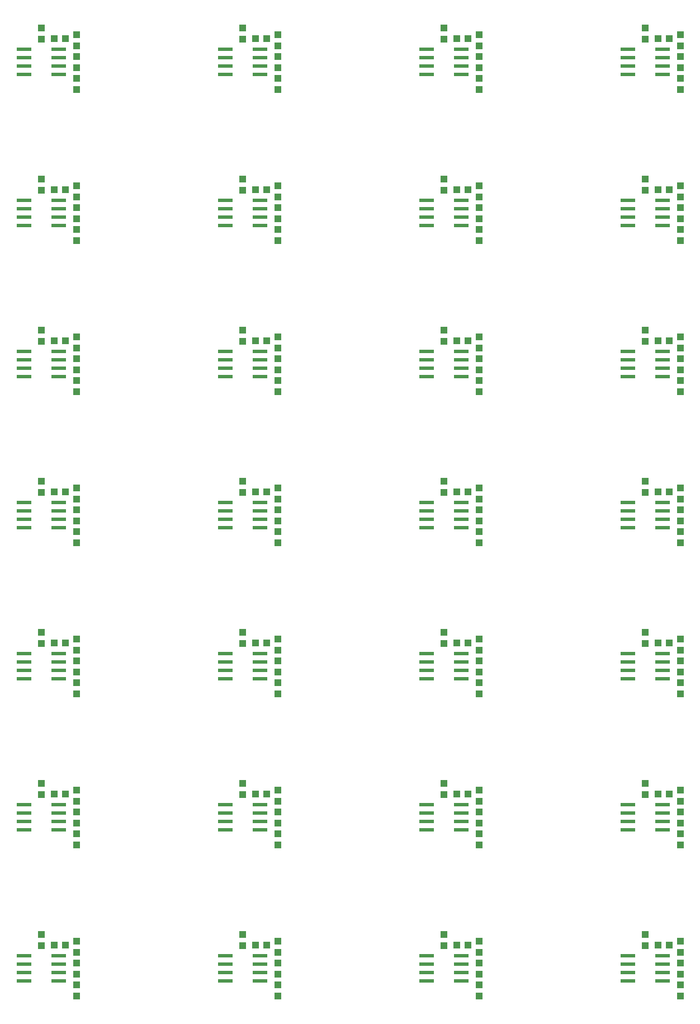
<source format=gtp>
G04 EAGLE Gerber RS-274X export*
G75*
%MOMM*%
%FSLAX34Y34*%
%LPD*%
%INSolderpaste Top*%
%IPPOS*%
%AMOC8*
5,1,8,0,0,1.08239X$1,22.5*%
G01*
%ADD10R,1.100000X1.000000*%
%ADD11R,2.209800X0.609600*%
%ADD12R,1.000000X1.100000*%


D10*
X118500Y134620D03*
X135500Y134620D03*
D11*
X125222Y80010D03*
X125222Y92710D03*
X125222Y105410D03*
X125222Y118110D03*
X72898Y118110D03*
X72898Y105410D03*
X72898Y92710D03*
X72898Y80010D03*
D12*
X99060Y133740D03*
X99060Y150740D03*
X152400Y74540D03*
X152400Y57540D03*
X152400Y123580D03*
X152400Y140580D03*
X152400Y107560D03*
X152400Y90560D03*
D10*
X423300Y134620D03*
X440300Y134620D03*
D11*
X430022Y80010D03*
X430022Y92710D03*
X430022Y105410D03*
X430022Y118110D03*
X377698Y118110D03*
X377698Y105410D03*
X377698Y92710D03*
X377698Y80010D03*
D12*
X403860Y133740D03*
X403860Y150740D03*
X457200Y74540D03*
X457200Y57540D03*
X457200Y123580D03*
X457200Y140580D03*
X457200Y107560D03*
X457200Y90560D03*
D10*
X728100Y134620D03*
X745100Y134620D03*
D11*
X734822Y80010D03*
X734822Y92710D03*
X734822Y105410D03*
X734822Y118110D03*
X682498Y118110D03*
X682498Y105410D03*
X682498Y92710D03*
X682498Y80010D03*
D12*
X708660Y133740D03*
X708660Y150740D03*
X762000Y74540D03*
X762000Y57540D03*
X762000Y123580D03*
X762000Y140580D03*
X762000Y107560D03*
X762000Y90560D03*
D10*
X1032900Y134620D03*
X1049900Y134620D03*
D11*
X1039622Y80010D03*
X1039622Y92710D03*
X1039622Y105410D03*
X1039622Y118110D03*
X987298Y118110D03*
X987298Y105410D03*
X987298Y92710D03*
X987298Y80010D03*
D12*
X1013460Y133740D03*
X1013460Y150740D03*
X1066800Y74540D03*
X1066800Y57540D03*
X1066800Y123580D03*
X1066800Y140580D03*
X1066800Y107560D03*
X1066800Y90560D03*
D10*
X118500Y363220D03*
X135500Y363220D03*
D11*
X125222Y308610D03*
X125222Y321310D03*
X125222Y334010D03*
X125222Y346710D03*
X72898Y346710D03*
X72898Y334010D03*
X72898Y321310D03*
X72898Y308610D03*
D12*
X99060Y362340D03*
X99060Y379340D03*
X152400Y303140D03*
X152400Y286140D03*
X152400Y352180D03*
X152400Y369180D03*
X152400Y336160D03*
X152400Y319160D03*
D10*
X423300Y363220D03*
X440300Y363220D03*
D11*
X430022Y308610D03*
X430022Y321310D03*
X430022Y334010D03*
X430022Y346710D03*
X377698Y346710D03*
X377698Y334010D03*
X377698Y321310D03*
X377698Y308610D03*
D12*
X403860Y362340D03*
X403860Y379340D03*
X457200Y303140D03*
X457200Y286140D03*
X457200Y352180D03*
X457200Y369180D03*
X457200Y336160D03*
X457200Y319160D03*
D10*
X728100Y363220D03*
X745100Y363220D03*
D11*
X734822Y308610D03*
X734822Y321310D03*
X734822Y334010D03*
X734822Y346710D03*
X682498Y346710D03*
X682498Y334010D03*
X682498Y321310D03*
X682498Y308610D03*
D12*
X708660Y362340D03*
X708660Y379340D03*
X762000Y303140D03*
X762000Y286140D03*
X762000Y352180D03*
X762000Y369180D03*
X762000Y336160D03*
X762000Y319160D03*
D10*
X1032900Y363220D03*
X1049900Y363220D03*
D11*
X1039622Y308610D03*
X1039622Y321310D03*
X1039622Y334010D03*
X1039622Y346710D03*
X987298Y346710D03*
X987298Y334010D03*
X987298Y321310D03*
X987298Y308610D03*
D12*
X1013460Y362340D03*
X1013460Y379340D03*
X1066800Y303140D03*
X1066800Y286140D03*
X1066800Y352180D03*
X1066800Y369180D03*
X1066800Y336160D03*
X1066800Y319160D03*
D10*
X118500Y591820D03*
X135500Y591820D03*
D11*
X125222Y537210D03*
X125222Y549910D03*
X125222Y562610D03*
X125222Y575310D03*
X72898Y575310D03*
X72898Y562610D03*
X72898Y549910D03*
X72898Y537210D03*
D12*
X99060Y590940D03*
X99060Y607940D03*
X152400Y531740D03*
X152400Y514740D03*
X152400Y580780D03*
X152400Y597780D03*
X152400Y564760D03*
X152400Y547760D03*
D10*
X423300Y591820D03*
X440300Y591820D03*
D11*
X430022Y537210D03*
X430022Y549910D03*
X430022Y562610D03*
X430022Y575310D03*
X377698Y575310D03*
X377698Y562610D03*
X377698Y549910D03*
X377698Y537210D03*
D12*
X403860Y590940D03*
X403860Y607940D03*
X457200Y531740D03*
X457200Y514740D03*
X457200Y580780D03*
X457200Y597780D03*
X457200Y564760D03*
X457200Y547760D03*
D10*
X728100Y591820D03*
X745100Y591820D03*
D11*
X734822Y537210D03*
X734822Y549910D03*
X734822Y562610D03*
X734822Y575310D03*
X682498Y575310D03*
X682498Y562610D03*
X682498Y549910D03*
X682498Y537210D03*
D12*
X708660Y590940D03*
X708660Y607940D03*
X762000Y531740D03*
X762000Y514740D03*
X762000Y580780D03*
X762000Y597780D03*
X762000Y564760D03*
X762000Y547760D03*
D10*
X1032900Y591820D03*
X1049900Y591820D03*
D11*
X1039622Y537210D03*
X1039622Y549910D03*
X1039622Y562610D03*
X1039622Y575310D03*
X987298Y575310D03*
X987298Y562610D03*
X987298Y549910D03*
X987298Y537210D03*
D12*
X1013460Y590940D03*
X1013460Y607940D03*
X1066800Y531740D03*
X1066800Y514740D03*
X1066800Y580780D03*
X1066800Y597780D03*
X1066800Y564760D03*
X1066800Y547760D03*
D10*
X118500Y820420D03*
X135500Y820420D03*
D11*
X125222Y765810D03*
X125222Y778510D03*
X125222Y791210D03*
X125222Y803910D03*
X72898Y803910D03*
X72898Y791210D03*
X72898Y778510D03*
X72898Y765810D03*
D12*
X99060Y819540D03*
X99060Y836540D03*
X152400Y760340D03*
X152400Y743340D03*
X152400Y809380D03*
X152400Y826380D03*
X152400Y793360D03*
X152400Y776360D03*
D10*
X423300Y820420D03*
X440300Y820420D03*
D11*
X430022Y765810D03*
X430022Y778510D03*
X430022Y791210D03*
X430022Y803910D03*
X377698Y803910D03*
X377698Y791210D03*
X377698Y778510D03*
X377698Y765810D03*
D12*
X403860Y819540D03*
X403860Y836540D03*
X457200Y760340D03*
X457200Y743340D03*
X457200Y809380D03*
X457200Y826380D03*
X457200Y793360D03*
X457200Y776360D03*
D10*
X728100Y820420D03*
X745100Y820420D03*
D11*
X734822Y765810D03*
X734822Y778510D03*
X734822Y791210D03*
X734822Y803910D03*
X682498Y803910D03*
X682498Y791210D03*
X682498Y778510D03*
X682498Y765810D03*
D12*
X708660Y819540D03*
X708660Y836540D03*
X762000Y760340D03*
X762000Y743340D03*
X762000Y809380D03*
X762000Y826380D03*
X762000Y793360D03*
X762000Y776360D03*
D10*
X1032900Y820420D03*
X1049900Y820420D03*
D11*
X1039622Y765810D03*
X1039622Y778510D03*
X1039622Y791210D03*
X1039622Y803910D03*
X987298Y803910D03*
X987298Y791210D03*
X987298Y778510D03*
X987298Y765810D03*
D12*
X1013460Y819540D03*
X1013460Y836540D03*
X1066800Y760340D03*
X1066800Y743340D03*
X1066800Y809380D03*
X1066800Y826380D03*
X1066800Y793360D03*
X1066800Y776360D03*
D10*
X118500Y1049020D03*
X135500Y1049020D03*
D11*
X125222Y994410D03*
X125222Y1007110D03*
X125222Y1019810D03*
X125222Y1032510D03*
X72898Y1032510D03*
X72898Y1019810D03*
X72898Y1007110D03*
X72898Y994410D03*
D12*
X99060Y1048140D03*
X99060Y1065140D03*
X152400Y988940D03*
X152400Y971940D03*
X152400Y1037980D03*
X152400Y1054980D03*
X152400Y1021960D03*
X152400Y1004960D03*
D10*
X423300Y1049020D03*
X440300Y1049020D03*
D11*
X430022Y994410D03*
X430022Y1007110D03*
X430022Y1019810D03*
X430022Y1032510D03*
X377698Y1032510D03*
X377698Y1019810D03*
X377698Y1007110D03*
X377698Y994410D03*
D12*
X403860Y1048140D03*
X403860Y1065140D03*
X457200Y988940D03*
X457200Y971940D03*
X457200Y1037980D03*
X457200Y1054980D03*
X457200Y1021960D03*
X457200Y1004960D03*
D10*
X728100Y1049020D03*
X745100Y1049020D03*
D11*
X734822Y994410D03*
X734822Y1007110D03*
X734822Y1019810D03*
X734822Y1032510D03*
X682498Y1032510D03*
X682498Y1019810D03*
X682498Y1007110D03*
X682498Y994410D03*
D12*
X708660Y1048140D03*
X708660Y1065140D03*
X762000Y988940D03*
X762000Y971940D03*
X762000Y1037980D03*
X762000Y1054980D03*
X762000Y1021960D03*
X762000Y1004960D03*
D10*
X1032900Y1049020D03*
X1049900Y1049020D03*
D11*
X1039622Y994410D03*
X1039622Y1007110D03*
X1039622Y1019810D03*
X1039622Y1032510D03*
X987298Y1032510D03*
X987298Y1019810D03*
X987298Y1007110D03*
X987298Y994410D03*
D12*
X1013460Y1048140D03*
X1013460Y1065140D03*
X1066800Y988940D03*
X1066800Y971940D03*
X1066800Y1037980D03*
X1066800Y1054980D03*
X1066800Y1021960D03*
X1066800Y1004960D03*
D10*
X118500Y1277620D03*
X135500Y1277620D03*
D11*
X125222Y1223010D03*
X125222Y1235710D03*
X125222Y1248410D03*
X125222Y1261110D03*
X72898Y1261110D03*
X72898Y1248410D03*
X72898Y1235710D03*
X72898Y1223010D03*
D12*
X99060Y1276740D03*
X99060Y1293740D03*
X152400Y1217540D03*
X152400Y1200540D03*
X152400Y1266580D03*
X152400Y1283580D03*
X152400Y1250560D03*
X152400Y1233560D03*
D10*
X423300Y1277620D03*
X440300Y1277620D03*
D11*
X430022Y1223010D03*
X430022Y1235710D03*
X430022Y1248410D03*
X430022Y1261110D03*
X377698Y1261110D03*
X377698Y1248410D03*
X377698Y1235710D03*
X377698Y1223010D03*
D12*
X403860Y1276740D03*
X403860Y1293740D03*
X457200Y1217540D03*
X457200Y1200540D03*
X457200Y1266580D03*
X457200Y1283580D03*
X457200Y1250560D03*
X457200Y1233560D03*
D10*
X728100Y1277620D03*
X745100Y1277620D03*
D11*
X734822Y1223010D03*
X734822Y1235710D03*
X734822Y1248410D03*
X734822Y1261110D03*
X682498Y1261110D03*
X682498Y1248410D03*
X682498Y1235710D03*
X682498Y1223010D03*
D12*
X708660Y1276740D03*
X708660Y1293740D03*
X762000Y1217540D03*
X762000Y1200540D03*
X762000Y1266580D03*
X762000Y1283580D03*
X762000Y1250560D03*
X762000Y1233560D03*
D10*
X1032900Y1277620D03*
X1049900Y1277620D03*
D11*
X1039622Y1223010D03*
X1039622Y1235710D03*
X1039622Y1248410D03*
X1039622Y1261110D03*
X987298Y1261110D03*
X987298Y1248410D03*
X987298Y1235710D03*
X987298Y1223010D03*
D12*
X1013460Y1276740D03*
X1013460Y1293740D03*
X1066800Y1217540D03*
X1066800Y1200540D03*
X1066800Y1266580D03*
X1066800Y1283580D03*
X1066800Y1250560D03*
X1066800Y1233560D03*
D10*
X118500Y1506220D03*
X135500Y1506220D03*
D11*
X125222Y1451610D03*
X125222Y1464310D03*
X125222Y1477010D03*
X125222Y1489710D03*
X72898Y1489710D03*
X72898Y1477010D03*
X72898Y1464310D03*
X72898Y1451610D03*
D12*
X99060Y1505340D03*
X99060Y1522340D03*
X152400Y1446140D03*
X152400Y1429140D03*
X152400Y1495180D03*
X152400Y1512180D03*
X152400Y1479160D03*
X152400Y1462160D03*
D10*
X423300Y1506220D03*
X440300Y1506220D03*
D11*
X430022Y1451610D03*
X430022Y1464310D03*
X430022Y1477010D03*
X430022Y1489710D03*
X377698Y1489710D03*
X377698Y1477010D03*
X377698Y1464310D03*
X377698Y1451610D03*
D12*
X403860Y1505340D03*
X403860Y1522340D03*
X457200Y1446140D03*
X457200Y1429140D03*
X457200Y1495180D03*
X457200Y1512180D03*
X457200Y1479160D03*
X457200Y1462160D03*
D10*
X728100Y1506220D03*
X745100Y1506220D03*
D11*
X734822Y1451610D03*
X734822Y1464310D03*
X734822Y1477010D03*
X734822Y1489710D03*
X682498Y1489710D03*
X682498Y1477010D03*
X682498Y1464310D03*
X682498Y1451610D03*
D12*
X708660Y1505340D03*
X708660Y1522340D03*
X762000Y1446140D03*
X762000Y1429140D03*
X762000Y1495180D03*
X762000Y1512180D03*
X762000Y1479160D03*
X762000Y1462160D03*
D10*
X1032900Y1506220D03*
X1049900Y1506220D03*
D11*
X1039622Y1451610D03*
X1039622Y1464310D03*
X1039622Y1477010D03*
X1039622Y1489710D03*
X987298Y1489710D03*
X987298Y1477010D03*
X987298Y1464310D03*
X987298Y1451610D03*
D12*
X1013460Y1505340D03*
X1013460Y1522340D03*
X1066800Y1446140D03*
X1066800Y1429140D03*
X1066800Y1495180D03*
X1066800Y1512180D03*
X1066800Y1479160D03*
X1066800Y1462160D03*
M02*

</source>
